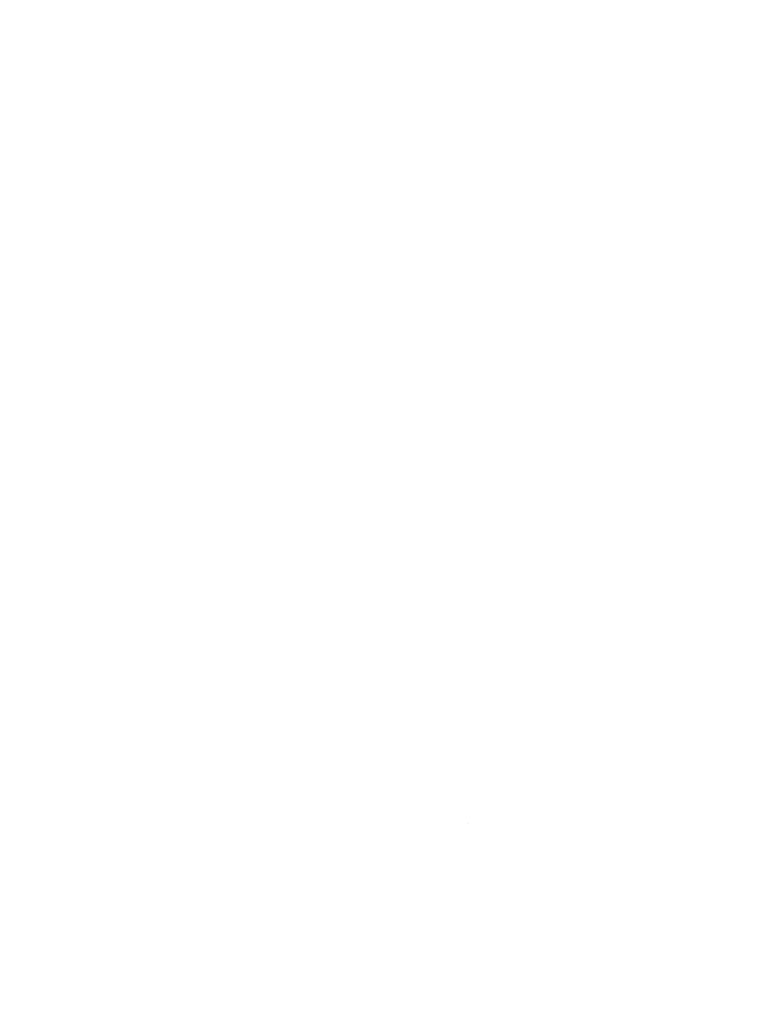
<source format=kicad_pcb>
(kicad_pcb (version 20171130) (host pcbnew "(5.1.4)-1")
  (title_block (title "BOARD NAME:") (comment 1 "PCB DESIGNER:") (comment 2 "DWG NO:") (comment 3 "PART NO.:") (comment 4 "COMPANY NAME:"))
  (layers (0 TOP signal) (1 GND_1 power) (2 SIGNAL_1 signal) (3 POWER_1 power) (4 POWER_2 power) (5 SIGNAL_2 signal) (6 GND_2 power) (31 BOTTOM signal) (34 B.Paste user) (35 F.Paste user) (36 B.SilkS user) (37 F.SilkS user) (38 B.Mask user) (39 F.Mask user) (44 Edge.Cuts user))
  (net 0 "")
  (gr_line (start 231.648 161.544) (end 231.648 161.798) (layer F.SilkS) (width 0.127))
)
</source>
